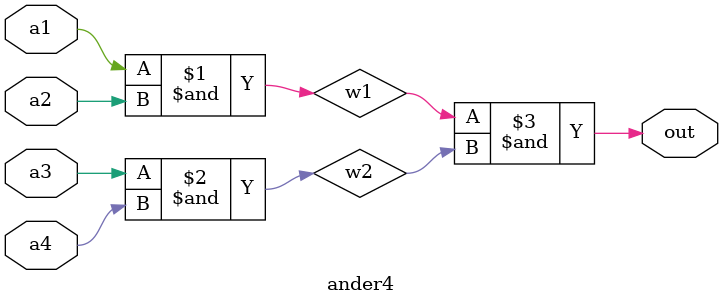
<source format=v>
module ander4(
					input  a1,
					input  a2,
					input  a3,
					input  a4,
					output out);
					
	wire w1,w2;
	
	and first_and( w1 , a1 , a2 );
	and second_and( w2 , a3 , a4 );
	and last_and( out , w1 , w2);
	
endmodule 
</source>
